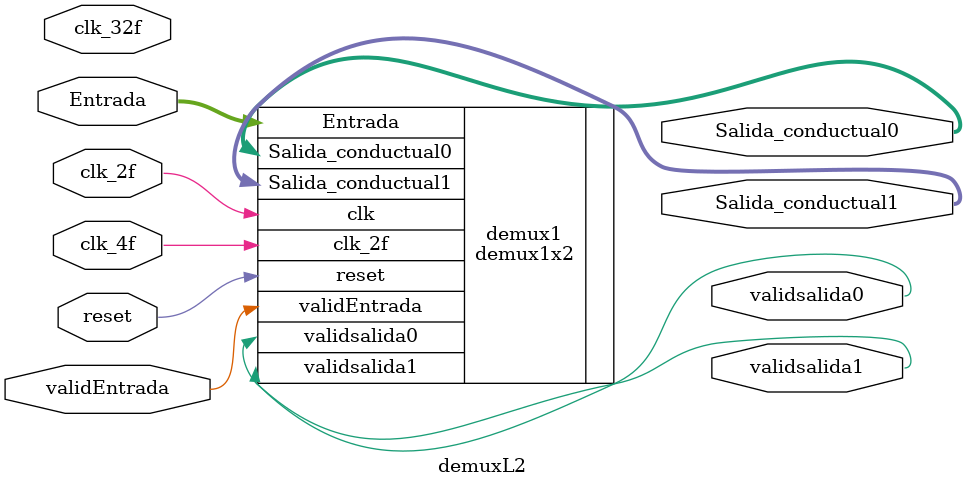
<source format=v>
`include "demux1x2.v"    
module demuxL2(
	//salida 8 bits
    output [7:0]Salida_conductual0,
    output [7:0]Salida_conductual1,
    
    //salida valid
    output validsalida0,
    output validsalida1,
    
    //entradas
    //2 buses de bits de entrada 8 cada uno
    input [7:0]Entrada,
    
    //2 valids entrada
    input validEntrada,
    
    //clk
    input clk_2f,
    input clk_4f,
        input clk_32f,

    input reset);

    demux1x2 demux1(
        //Salidas
        .Salida_conductual0  (Salida_conductual0[7:0]), 
        .Salida_conductual1 (Salida_conductual1[7:0]),
        .validsalida0 (validsalida0),
        .validsalida1 (validsalida1),
        //Entradas
        .Entrada    (Entrada[7:0]),
        .validEntrada   (validEntrada),
        .clk       (clk_2f),
        .clk_2f   (clk_4f),
        .reset     (reset)
    );
endmodule

</source>
